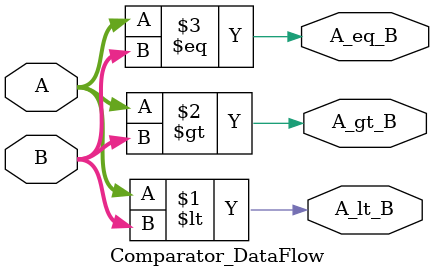
<source format=v>
`timescale 1ns / 1ps

//This design demonstrates relational and equality opertators 

module Comparator_DataFlow(A_lt_B, A_gt_B, A_eq_B, A, B);
input [63:0] A,B;
output A_lt_B, A_gt_B, A_eq_B;

//Logic
assign A_lt_B = A < B;      //Less than operators
assign A_gt_B = A > B;      //Greater than operators
assign A_eq_B = A == B;     //Equal operators

endmodule

</source>
